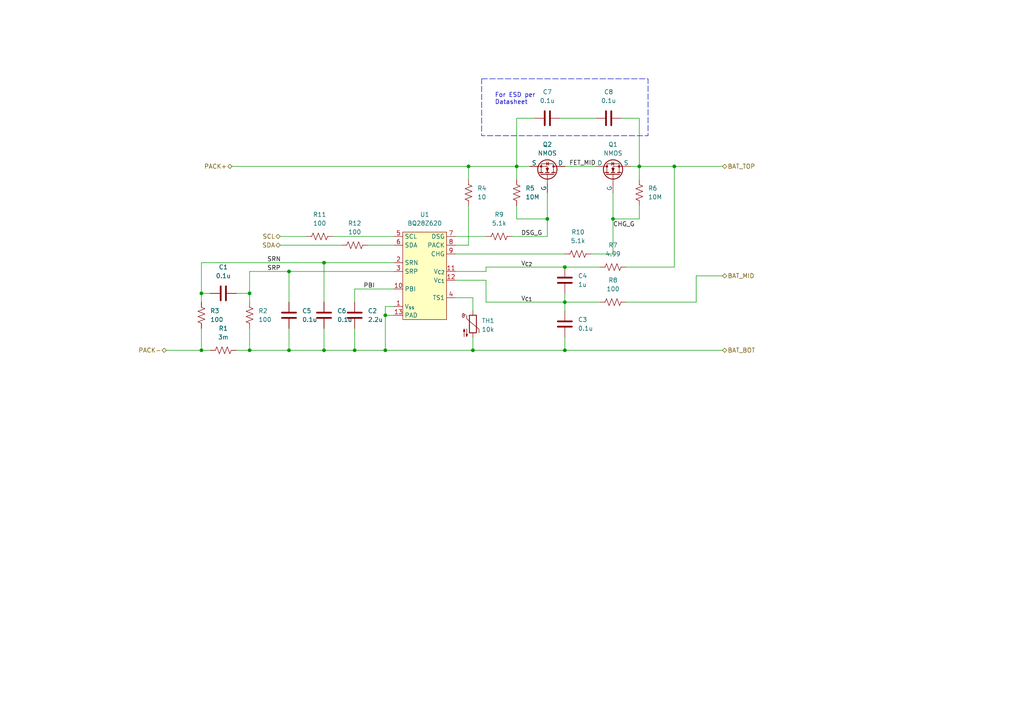
<source format=kicad_sch>
(kicad_sch (version 20230121) (generator eeschema)
  (paper "A4")
  (lib_symbols
    (symbol "Device:C" (pin_numbers hide) (pin_names (offset 0.254))
      (property "Reference" "C" (at 0.635 2.54 0))
      (property "Value" "C" (at 0.635 -2.54 0))
      (symbol "C_0_1"
        (polyline (pts (xy -2.032 -0.762) (xy 2.032 -0.762)) (stroke (width 0.508)))
        (polyline (pts (xy -2.032 0.762) (xy 2.032 0.762)) (stroke (width 0.508)))
      )
      (symbol "C_1_1"
        (pin passive line (at 0 3.81 270) (length 2.794) (name "~") (number "1"))
        (pin passive line (at 0 -3.81 90) (length 2.794) (name "~") (number "2"))
      )
    )
    (symbol "Device:R_US" (pin_numbers hide) (pin_names (offset 0))
      (property "Reference" "R" (at 2.54 0 90))
      (property "Value" "R_US" (at -2.54 0 90))
      (symbol "R_US_0_1"
        (polyline (pts (xy 0 -2.286) (xy 0 -2.54)))
        (polyline (pts (xy 0 2.286) (xy 0 2.54)))
        (polyline (pts (xy 0 -0.762) (xy 1.016 -1.143) (xy 0 -1.524) (xy -1.016 -1.905) (xy 0 -2.286)))
        (polyline (pts (xy 0 0.762) (xy 1.016 0.381) (xy 0 0) (xy -1.016 -0.381) (xy 0 -0.762)))
        (polyline (pts (xy 0 2.286) (xy 1.016 1.905) (xy 0 1.524) (xy -1.016 1.143) (xy 0 0.762)))
      )
      (symbol "R_US_1_1"
        (pin passive line (at 0 3.81 270) (length 1.27) (name "~") (number "1"))
        (pin passive line (at 0 -3.81 90) (length 1.27) (name "~") (number "2"))
      )
    )
    (symbol "Device:Thermistor_NTC" (pin_numbers hide) (pin_names (offset 0))
      (property "Reference" "TH" (at -4.445 0 90))
      (property "Value" "Thermistor_NTC" (at 3.175 0 90))
      (symbol "Thermistor_NTC_0_1"
        (arc (start -3.048 2.159) (mid -3.0495 2.3143) (end -3.175 2.413))
        (arc (start -3.048 2.159) (mid -2.9736 1.9794) (end -2.794 1.905))
        (arc (start -3.048 2.794) (mid -2.9736 2.6144) (end -2.794 2.54))
        (arc (start -2.794 1.905) (mid -2.6144 1.9794) (end -2.54 2.159))
        (arc (start -2.794 2.54) (mid -2.4393 2.5587) (end -2.159 2.794))
        (arc (start -2.794 3.048) (mid -2.9736 2.9736) (end -3.048 2.794))
        (arc (start -2.54 2.794) (mid -2.6144 2.9736) (end -2.794 3.048))
        (rectangle (start -1.016 2.54) (end 1.016 -2.54) (stroke (width 0.254)))
        (polyline (pts (xy -2.54 2.159) (xy -2.54 2.794)))
        (polyline (pts (xy -1.778 2.54) (xy -1.778 1.524) (xy 1.778 -1.524) (xy 1.778 -2.54)))
        (polyline (pts (xy -2.54 -3.683) (xy -2.54 -1.397) (xy -2.794 -2.159) (xy -2.286 -2.159) (xy -2.54 -1.397) (xy -2.54 -1.651)) (fill (type outline)))
        (polyline (pts (xy -1.778 -1.397) (xy -1.778 -3.683) (xy -2.032 -2.921) (xy -1.524 -2.921) (xy -1.778 -3.683) (xy -1.778 -3.429)) (fill (type outline)))
      )
      (symbol "Thermistor_NTC_1_1"
        (pin passive line (at 0 3.81 270) (length 1.27) (name "~") (number "1"))
        (pin passive line (at 0 -3.81 90) (length 1.27) (name "~") (number "2"))
      )
    )
    (symbol "New_Library:BQ28Z620"
      (property "Reference" "U" (at 0 12.7 0))
      (property "Value" "BQ28Z620" (at 0 12.7 0))
      (symbol "BQ28Z620_1_0"
        (pin power_in line (at -8.89 -5.08 0) (length 2.54) (name "PBI") (number "10"))
        (pin input line (at 8.89 0 180) (length 2.54) (name "V_{C2}") (number "11"))
        (pin input line (at 8.89 -2.54 180) (length 2.54) (name "V_{C1}") (number "12"))
        (pin input line (at -8.89 -12.7 0) (length 2.54) (name "PAD") (number "13"))
        (pin input line (at -8.89 2.54 0) (length 2.54) (name "SRN") (number "2"))
        (pin input line (at -8.89 0 0) (length 2.54) (name "SRP") (number "3"))
        (pin input line (at 8.89 -7.62 180) (length 2.54) (name "TS1") (number "4"))
        (pin open_collector line (at -8.89 10.16 0) (length 2.54) (name "SCL") (number "5"))
        (pin open_collector line (at -8.89 7.62 0) (length 2.54) (name "SDA") (number "6"))
        (pin output line (at 8.89 10.16 180) (length 2.54) (name "DSG") (number "7"))
        (pin input line (at 8.89 7.62 180) (length 2.54) (name "PACK") (number "8"))
        (pin output line (at 8.89 5.08 180) (length 2.54) (name "CHG") (number "9"))
      )
      (symbol "BQ28Z620_1_1"
        (rectangle (start -6.35 11.43) (end 6.35 -13.97) (fill (type background)))
        (pin power_in line (at -8.89 -10.16 0) (length 2.54) (name "V_{ss}") (number "1"))
      )
    )
    (symbol "Simulation_SPICE:NMOS" (pin_numbers hide) (pin_names (offset 0))
      (property "Reference" "Q" (at 5.08 1.27 0))
      (property "Value" "NMOS" (at 5.08 -1.27 0))
      (symbol "NMOS_0_1"
        (polyline (pts (xy 0.254 0) (xy -2.54 0)))
        (polyline (pts (xy 0.254 1.905) (xy 0.254 -1.905)) (stroke (width 0.254)))
        (polyline (pts (xy 0.762 -1.27) (xy 0.762 -2.286)) (stroke (width 0.254)))
        (polyline (pts (xy 0.762 0.508) (xy 0.762 -0.508)) (stroke (width 0.254)))
        (polyline (pts (xy 0.762 2.286) (xy 0.762 1.27)) (stroke (width 0.254)))
        (polyline (pts (xy 2.54 2.54) (xy 2.54 1.778)))
        (polyline (pts (xy 2.54 -2.54) (xy 2.54 0) (xy 0.762 0)))
        (polyline (pts (xy 0.762 -1.778) (xy 3.302 -1.778) (xy 3.302 1.778) (xy 0.762 1.778)))
        (polyline (pts (xy 1.016 0) (xy 2.032 0.381) (xy 2.032 -0.381) (xy 1.016 0)) (fill (type outline)))
        (polyline (pts (xy 2.794 0.508) (xy 2.921 0.381) (xy 3.683 0.381) (xy 3.81 0.254)))
        (polyline (pts (xy 3.302 0.381) (xy 2.921 -0.254) (xy 3.683 -0.254) (xy 3.302 0.381)))
        (circle (center 1.651 0) (radius 2.794) (stroke (width 0.254)))
        (circle (center 2.54 -1.778) (radius 0.254) (fill (type outline)))
        (circle (center 2.54 1.778) (radius 0.254) (fill (type outline)))
      )
      (symbol "NMOS_1_1"
        (pin passive line (at 2.54 5.08 270) (length 2.54) (name "D") (number "1"))
        (pin input line (at -5.08 0 0) (length 2.54) (name "G") (number "2"))
        (pin passive line (at 2.54 -5.08 90) (length 2.54) (name "S") (number "3"))
      )
    )
  )
  (junction (at 137.16 101.6))
  (junction (at 195.58 48.26))
  (junction (at 111.76 91.44))
  (junction (at 83.82 101.6))
  (junction (at 185.42 48.26))
  (junction (at 72.39 85.09))
  (junction (at 102.87 101.6))
  (junction (at 111.76 101.6))
  (junction (at 177.8 63.5))
  (junction (at 135.89 48.26))
  (junction (at 158.75 63.5))
  (junction (at 163.83 87.63))
  (junction (at 58.42 85.09))
  (junction (at 93.98 101.6))
  (junction (at 163.83 77.47))
  (junction (at 163.83 101.6))
  (junction (at 58.42 101.6))
  (junction (at 149.86 48.26))
  (junction (at 72.39 101.6))
  (junction (at 83.82 78.74))
  (junction (at 93.98 76.2))
  (wire (pts (xy 195.58 48.26) (xy 185.42 48.26)))
  (wire (pts (xy 137.16 97.79) (xy 137.16 101.6)))
  (wire (pts (xy 81.28 71.12) (xy 99.06 71.12)))
  (wire (pts (xy 72.39 101.6) (xy 83.82 101.6)))
  (wire (pts (xy 135.89 52.07) (xy 135.89 48.26)))
  (wire (pts (xy 154.94 34.29) (xy 149.86 34.29)))
  (wire (pts (xy 140.97 78.74) (xy 132.08 78.74)))
  (wire (pts (xy 114.3 78.74) (xy 83.82 78.74)))
  (wire (pts (xy 149.86 34.29) (xy 149.86 48.26)))
  (wire (pts (xy 132.08 86.36) (xy 137.16 86.36)))
  (wire (pts (xy 81.28 68.58) (xy 88.9 68.58)))
  (wire (pts (xy 182.88 48.26) (xy 185.42 48.26)))
  (wire (pts (xy 102.87 83.82) (xy 114.3 83.82)))
  (wire (pts (xy 111.76 91.44) (xy 111.76 101.6)))
  (wire (pts (xy 148.59 68.58) (xy 158.75 68.58)))
  (wire (pts (xy 163.83 85.09) (xy 163.83 87.63)))
  (wire (pts (xy 132.08 73.66) (xy 163.83 73.66)))
  (wire (pts (xy 102.87 95.25) (xy 102.87 101.6)))
  (wire (pts (xy 158.75 68.58) (xy 158.75 63.5)))
  (wire (pts (xy 181.61 87.63) (xy 201.93 87.63)))
  (wire (pts (xy 163.83 87.63) (xy 163.83 90.17)))
  (wire (pts (xy 173.99 77.47) (xy 163.83 77.47)))
  (wire (pts (xy 106.68 71.12) (xy 114.3 71.12)))
  (wire (pts (xy 163.83 87.63) (xy 173.99 87.63)))
  (wire (pts (xy 162.56 34.29) (xy 172.72 34.29)))
  (wire (pts (xy 83.82 78.74) (xy 72.39 78.74)))
  (wire (pts (xy 68.58 85.09) (xy 72.39 85.09)))
  (wire (pts (xy 137.16 101.6) (xy 163.83 101.6)))
  (wire (pts (xy 114.3 76.2) (xy 93.98 76.2)))
  (wire (pts (xy 180.34 34.29) (xy 185.42 34.29)))
  (wire (pts (xy 72.39 95.25) (xy 72.39 101.6)))
  (wire (pts (xy 132.08 81.28) (xy 140.97 81.28)))
  (wire (pts (xy 72.39 87.63) (xy 72.39 85.09)))
  (wire (pts (xy 140.97 87.63) (xy 163.83 87.63)))
  (wire (pts (xy 181.61 77.47) (xy 195.58 77.47)))
  (wire (pts (xy 111.76 88.9) (xy 111.76 91.44)))
  (wire (pts (xy 111.76 88.9) (xy 114.3 88.9)))
  (wire (pts (xy 201.93 80.01) (xy 209.55 80.01)))
  (wire (pts (xy 140.97 77.47) (xy 140.97 78.74)))
  (wire (pts (xy 135.89 71.12) (xy 135.89 59.69)))
  (wire (pts (xy 58.42 76.2) (xy 58.42 85.09)))
  (wire (pts (xy 137.16 86.36) (xy 137.16 90.17)))
  (wire (pts (xy 93.98 101.6) (xy 102.87 101.6)))
  (wire (pts (xy 58.42 101.6) (xy 60.96 101.6)))
  (wire (pts (xy 132.08 68.58) (xy 140.97 68.58)))
  (wire (pts (xy 132.08 71.12) (xy 135.89 71.12)))
  (wire (pts (xy 163.83 48.26) (xy 172.72 48.26)))
  (wire (pts (xy 135.89 48.26) (xy 149.86 48.26)))
  (wire (pts (xy 158.75 55.88) (xy 158.75 63.5)))
  (wire (pts (xy 83.82 101.6) (xy 93.98 101.6)))
  (wire (pts (xy 83.82 78.74) (xy 83.82 87.63)))
  (wire (pts (xy 185.42 34.29) (xy 185.42 48.26)))
  (wire (pts (xy 72.39 78.74) (xy 72.39 85.09)))
  (wire (pts (xy 60.96 85.09) (xy 58.42 85.09)))
  (wire (pts (xy 93.98 95.25) (xy 93.98 101.6)))
  (wire (pts (xy 177.8 63.5) (xy 177.8 55.88)))
  (wire (pts (xy 171.45 73.66) (xy 177.8 73.66)))
  (wire (pts (xy 149.86 52.07) (xy 149.86 48.26)))
  (wire (pts (xy 140.97 81.28) (xy 140.97 87.63)))
  (wire (pts (xy 93.98 76.2) (xy 58.42 76.2)))
  (wire (pts (xy 83.82 95.25) (xy 83.82 101.6)))
  (wire (pts (xy 177.8 73.66) (xy 177.8 63.5)))
  (wire (pts (xy 201.93 87.63) (xy 201.93 80.01)))
  (wire (pts (xy 158.75 63.5) (xy 149.86 63.5)))
  (wire (pts (xy 93.98 76.2) (xy 93.98 87.63)))
  (wire (pts (xy 149.86 48.26) (xy 153.67 48.26)))
  (wire (pts (xy 195.58 77.47) (xy 195.58 48.26)))
  (wire (pts (xy 185.42 59.69) (xy 185.42 63.5)))
  (wire (pts (xy 195.58 48.26) (xy 209.55 48.26)))
  (wire (pts (xy 163.83 77.47) (xy 140.97 77.47)))
  (wire (pts (xy 67.31 48.26) (xy 135.89 48.26)))
  (wire (pts (xy 102.87 101.6) (xy 111.76 101.6)))
  (wire (pts (xy 102.87 87.63) (xy 102.87 83.82)))
  (wire (pts (xy 58.42 85.09) (xy 58.42 87.63)))
  (wire (pts (xy 68.58 101.6) (xy 72.39 101.6)))
  (wire (pts (xy 163.83 97.79) (xy 163.83 101.6)))
  (wire (pts (xy 58.42 95.25) (xy 58.42 101.6)))
  (wire (pts (xy 111.76 101.6) (xy 137.16 101.6)))
  (wire (pts (xy 111.76 91.44) (xy 114.3 91.44)))
  (wire (pts (xy 149.86 63.5) (xy 149.86 59.69)))
  (wire (pts (xy 177.8 63.5) (xy 185.42 63.5)))
  (wire (pts (xy 163.83 101.6) (xy 209.55 101.6)))
  (wire (pts (xy 185.42 48.26) (xy 185.42 52.07)))
  (wire (pts (xy 48.26 101.6) (xy 58.42 101.6)))
  (wire (pts (xy 96.52 68.58) (xy 114.3 68.58)))
  (rectangle (start 139.7 22.86) (end 187.96 39.37) (stroke (width 0) (type dash)))
  (text "For ESD per\nDatasheet" (at 143.51 30.48 0) (effects (font (size 1.27 1.27)) (justify left bottom)))
  (label "V_{C1}" (at 151.13 87.63 0))
  (label "PBI" (at 105.41 83.82 0))
  (label "FET_MID" (at 165.1 48.26 0))
  (label "CHG_G" (at 177.8 66.04 0))
  (label "SRN" (at 77.47 76.2 0))
  (label "DSG_G" (at 151.13 68.58 0))
  (label "V_{C2}" (at 151.13 77.47 0))
  (label "SRP" (at 77.47 78.74 0))
  (hierarchical_label "BAT_TOP" (shape bidirectional) (at 209.55 48.26 0))
  (hierarchical_label "BAT_BOT" (shape bidirectional) (at 209.55 101.6 0))
  (hierarchical_label "BAT_MID" (shape bidirectional) (at 209.55 80.01 0))
  (hierarchical_label "PACK-" (shape bidirectional) (at 48.26 101.6 180))
  (hierarchical_label "SCL" (shape bidirectional) (at 81.28 68.58 180))
  (hierarchical_label "SDA" (shape bidirectional) (at 81.28 71.12 180))
  (hierarchical_label "PACK+" (shape bidirectional) (at 67.31 48.26 180))
  (symbol (lib_id "Device:R_US") (at 177.8 87.63 90) (unit 1)
    (property "Reference" "R8" (at 177.8 81.28 90))
    (property "Value" "100" (at 177.8 83.82 90))
  )
  (symbol (lib_id "Device:Thermistor_NTC") (at 137.16 93.98 0) (unit 1)
    (property "Reference" "TH1" (at 139.7 93.0275 0) (effects (justify left)))
    (property "Value" "10k" (at 139.7 95.5675 0) (effects (justify left)))
  )
  (symbol (lib_id "Device:R_US") (at 177.8 77.47 90) (unit 1)
    (property "Reference" "R7" (at 177.8 71.12 90))
    (property "Value" "4.99" (at 177.8 73.66 90))
  )
  (symbol (lib_id "Device:R_US") (at 102.87 71.12 90) (unit 1)
    (property "Reference" "R12" (at 102.87 64.77 90))
    (property "Value" "100" (at 102.87 67.31 90))
  )
  (symbol (lib_id "Device:C") (at 176.53 34.29 90) (unit 1)
    (property "Reference" "C8" (at 176.53 26.67 90))
    (property "Value" "0.1u" (at 176.53 29.21 90))
  )
  (symbol (lib_id "Simulation_SPICE:NMOS") (at 177.8 50.8 90) (unit 1)
    (property "Reference" "Q1" (at 177.8 41.91 90))
    (property "Value" "NMOS" (at 177.8 44.45 90))
    (property "Datasheet" "https://ngspice.sourceforge.io/docs/ngspice-manual.pdf" (effects hide))
    (property "Sim.Device" "NMOS" (effects hide))
    (property "Sim.Type" "VDMOS" (effects hide))
    (property "Sim.Pins" "1=D 2=G 3=S" (effects hide))
  )
  (symbol (lib_id "Device:R_US") (at 167.64 73.66 90) (unit 1)
    (property "Reference" "R10" (at 167.64 67.31 90))
    (property "Value" "5.1k" (at 167.64 69.85 90))
  )
  (symbol (lib_id "Simulation_SPICE:NMOS") (at 158.75 50.8 270) (mirror x) (unit 1)
    (property "Reference" "Q2" (at 158.75 41.91 90))
    (property "Value" "NMOS" (at 158.75 44.45 90))
    (property "Datasheet" "https://ngspice.sourceforge.io/docs/ngspice-manual.pdf" (effects hide))
    (property "Sim.Device" "NMOS" (effects hide))
    (property "Sim.Type" "VDMOS" (effects hide))
    (property "Sim.Pins" "1=D 2=G 3=S" (effects hide))
  )
  (symbol (lib_id "Device:R_US") (at 149.86 55.88 0) (unit 1)
    (property "Reference" "R5" (at 152.4 54.61 0) (effects (justify left)))
    (property "Value" "10M" (at 152.4 57.15 0) (effects (justify left)))
  )
  (symbol (lib_id "Device:C") (at 102.87 91.44 0) (unit 1)
    (property "Reference" "C2" (at 106.68 90.17 0) (effects (justify left)))
    (property "Value" "2.2u" (at 106.68 92.71 0) (effects (justify left)))
  )
  (symbol (lib_id "Device:C") (at 158.75 34.29 90) (unit 1)
    (property "Reference" "C7" (at 158.75 26.67 90))
    (property "Value" "0.1u" (at 158.75 29.21 90))
  )
  (symbol (lib_id "Device:C") (at 83.82 91.44 0) (unit 1)
    (property "Reference" "C5" (at 87.63 90.17 0) (effects (justify left)))
    (property "Value" "0.1u" (at 87.63 92.71 0) (effects (justify left)))
  )
  (symbol (lib_id "Device:C") (at 64.77 85.09 90) (unit 1)
    (property "Reference" "C1" (at 64.77 77.47 90))
    (property "Value" "0.1u" (at 64.77 80.01 90))
  )
  (symbol (lib_id "Device:C") (at 93.98 91.44 0) (unit 1)
    (property "Reference" "C6" (at 97.79 90.17 0) (effects (justify left)))
    (property "Value" "0.1u" (at 97.79 92.71 0) (effects (justify left)))
  )
  (symbol (lib_id "Device:C") (at 163.83 81.28 0) (unit 1)
    (property "Reference" "C4" (at 167.64 80.01 0) (effects (justify left)))
    (property "Value" "1u" (at 167.64 82.55 0) (effects (justify left)))
  )
  (symbol (lib_id "Device:R_US") (at 185.42 55.88 0) (unit 1)
    (property "Reference" "R6" (at 187.96 54.61 0) (effects (justify left)))
    (property "Value" "10M" (at 187.96 57.15 0) (effects (justify left)))
  )
  (symbol (lib_id "Device:R_US") (at 64.77 101.6 90) (unit 1)
    (property "Reference" "R1" (at 64.77 95.25 90))
    (property "Value" "3m" (at 64.77 97.79 90))
  )
  (symbol (lib_id "Device:R_US") (at 135.89 55.88 0) (unit 1)
    (property "Reference" "R4" (at 138.43 54.61 0) (effects (justify left)))
    (property "Value" "10" (at 138.43 57.15 0) (effects (justify left)))
  )
  (symbol (lib_id "Device:R_US") (at 92.71 68.58 90) (unit 1)
    (property "Reference" "R11" (at 92.71 62.23 90))
    (property "Value" "100" (at 92.71 64.77 90))
  )
  (symbol (lib_id "Device:C") (at 163.83 93.98 0) (unit 1)
    (property "Reference" "C3" (at 167.64 92.71 0) (effects (justify left)))
    (property "Value" "0.1u" (at 167.64 95.25 0) (effects (justify left)))
  )
  (symbol (lib_id "Device:R_US") (at 72.39 91.44 0) (unit 1)
    (property "Reference" "R2" (at 74.93 90.17 0) (effects (justify left)))
    (property "Value" "100" (at 74.93 92.71 0) (effects (justify left)))
  )
  (symbol (lib_id "New_Library:BQ28Z620") (at 123.19 78.74 0) (unit 1)
    (property "Reference" "U1" (at 123.19 62.23 0))
    (property "Value" "BQ28Z620" (at 123.19 64.77 0))
    (property "Datasheet" "https://www.ti.com/lit/ds/symlink/bq28z620.pdf" (effects hide))
    (property "Refrence Manual" "https://www.ti.com/lit/ug/sluuco9/sluuco9.pdf" (effects hide))
  )
  (symbol (lib_id "Device:R_US") (at 58.42 91.44 0) (unit 1)
    (property "Reference" "R3" (at 60.96 90.17 0) (effects (justify left)))
    (property "Value" "100" (at 60.96 92.71 0) (effects (justify left)))
  )
  (symbol (lib_id "Device:R_US") (at 144.78 68.58 90) (unit 1)
    (property "Reference" "R9" (at 144.78 62.23 90))
    (property "Value" "5.1k" (at 144.78 64.77 90))
  )
)
</source>
